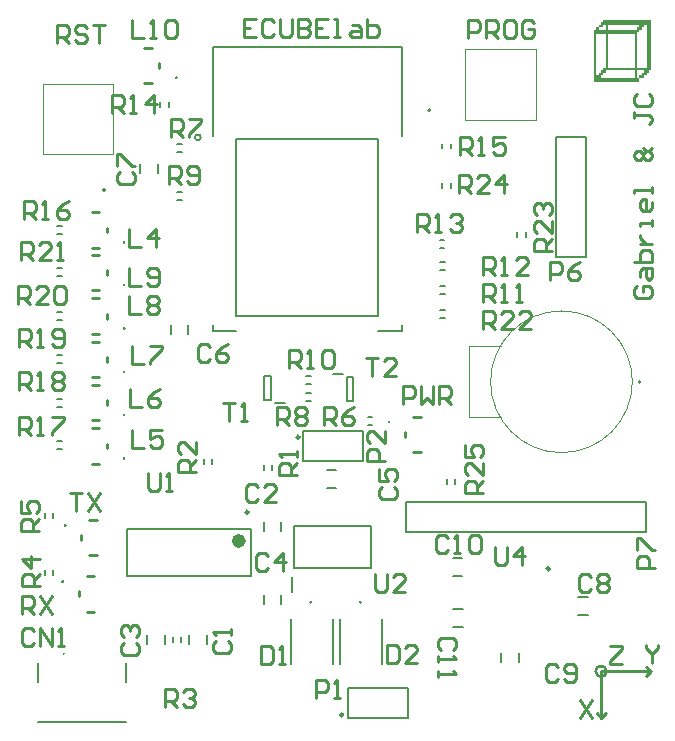
<source format=gto>
G04*
G04 #@! TF.GenerationSoftware,Altium Limited,Altium Designer,18.1.7 (191)*
G04*
G04 Layer_Color=65535*
%FSLAX25Y25*%
%MOIN*%
G70*
G01*
G75*
%ADD10C,0.00984*%
%ADD11C,0.00500*%
%ADD12C,0.02362*%
%ADD13C,0.00787*%
%ADD14C,0.01000*%
%ADD15C,0.00394*%
%ADD16C,0.01100*%
G36*
X313800Y496800D02*
Y496000D01*
Y495200D01*
Y494400D01*
Y493600D01*
Y492800D01*
Y492000D01*
Y491200D01*
Y490400D01*
Y489600D01*
Y488800D01*
Y488000D01*
Y487200D01*
Y486400D01*
Y485600D01*
Y484800D01*
Y484000D01*
Y483200D01*
Y482400D01*
Y481600D01*
Y480800D01*
X313000D01*
Y480000D01*
X312200D01*
Y479200D01*
X311400D01*
Y478400D01*
X309800D01*
Y479200D01*
X310600D01*
Y480000D01*
X311400D01*
Y480800D01*
X309000D01*
Y480000D01*
Y479200D01*
Y478400D01*
X309800D01*
Y477600D01*
Y476800D01*
X294600D01*
Y477600D01*
Y478400D01*
Y479200D01*
Y480000D01*
Y480800D01*
Y481600D01*
Y482400D01*
Y483200D01*
Y484000D01*
Y484800D01*
Y485600D01*
Y486400D01*
Y487200D01*
Y488000D01*
Y488800D01*
Y489600D01*
Y490400D01*
Y491200D01*
Y492000D01*
Y492800D01*
Y493600D01*
Y494400D01*
X295400D01*
Y495200D01*
X296200D01*
Y494400D01*
X298600D01*
Y495200D01*
Y496000D01*
X297800D01*
Y495200D01*
X296200D01*
Y496000D01*
X297000D01*
Y496800D01*
X297800D01*
Y497600D01*
X313800D01*
Y496800D01*
D02*
G37*
%LPC*%
G36*
X309800Y496000D02*
X299400D01*
Y495200D01*
Y494400D01*
X309000D01*
Y495200D01*
X309800D01*
Y496000D01*
D02*
G37*
G36*
X312200D02*
X311400D01*
Y495200D01*
X310600D01*
Y494400D01*
X309800D01*
Y493600D01*
X309000D01*
Y492800D01*
Y492000D01*
Y491200D01*
Y490400D01*
Y489600D01*
Y488800D01*
Y488000D01*
Y487200D01*
Y486400D01*
Y485600D01*
Y484800D01*
Y484000D01*
Y483200D01*
Y482400D01*
Y481600D01*
X312200D01*
Y482400D01*
Y483200D01*
Y484000D01*
Y484800D01*
Y485600D01*
Y486400D01*
Y487200D01*
Y488000D01*
Y488800D01*
Y489600D01*
Y490400D01*
Y491200D01*
Y492000D01*
Y492800D01*
Y493600D01*
Y494400D01*
Y495200D01*
Y496000D01*
D02*
G37*
G36*
X308200Y492800D02*
X299400D01*
Y492000D01*
Y491200D01*
Y490400D01*
Y489600D01*
Y488800D01*
Y488000D01*
Y487200D01*
Y486400D01*
Y485600D01*
Y484800D01*
Y484000D01*
Y483200D01*
Y482400D01*
Y481600D01*
X308200D01*
Y482400D01*
Y483200D01*
Y484000D01*
Y484800D01*
Y485600D01*
Y486400D01*
Y487200D01*
Y488000D01*
Y488800D01*
Y489600D01*
Y490400D01*
Y491200D01*
Y492000D01*
Y492800D01*
D02*
G37*
G36*
X298600D02*
X295400D01*
Y492000D01*
Y491200D01*
Y490400D01*
Y489600D01*
Y488800D01*
Y488000D01*
Y487200D01*
Y486400D01*
Y485600D01*
Y484800D01*
Y484000D01*
Y483200D01*
Y482400D01*
Y481600D01*
Y480800D01*
Y480000D01*
Y479200D01*
X296200D01*
Y480000D01*
X297000D01*
Y480800D01*
X297800D01*
Y481600D01*
X298600D01*
Y482400D01*
Y483200D01*
Y484000D01*
Y484800D01*
Y485600D01*
Y486400D01*
Y487200D01*
Y488000D01*
Y488800D01*
Y489600D01*
Y490400D01*
Y491200D01*
Y492000D01*
Y492800D01*
D02*
G37*
G36*
X308200Y480800D02*
X298600D01*
Y480000D01*
X297800D01*
Y479200D01*
X297000D01*
Y478400D01*
X308200D01*
Y479200D01*
Y480000D01*
Y480800D01*
D02*
G37*
%LPD*%
D10*
X279862Y314669D02*
G03*
X279862Y314669I-492J0D01*
G01*
X179480Y333583D02*
G03*
X179480Y333583I-492J0D01*
G01*
D11*
X163594Y458445D02*
G03*
X163594Y458445I-984J0D01*
G01*
X222650Y393976D02*
X230524D01*
Y395945D01*
X167532Y393976D02*
X175406D01*
X167532D02*
Y395945D01*
X230524Y458937D02*
Y488465D01*
X167532D02*
X230524D01*
X167532Y458937D02*
Y488465D01*
X175406Y398858D02*
Y457913D01*
Y398858D02*
X222650D01*
Y457913D01*
X175406D02*
X222650D01*
D12*
X177413Y323937D02*
G03*
X177413Y323937I-1181J0D01*
G01*
D13*
X131697Y440965D02*
G03*
X130909Y440965I-394J0D01*
G01*
D02*
G03*
X131697Y440965I394J0D01*
G01*
X239791Y467087D02*
G03*
X239791Y467874I0J394D01*
G01*
D02*
G03*
X239791Y467087I0J-394D01*
G01*
X216968Y303441D02*
G03*
X216968Y303441I-256J0D01*
G01*
X200468D02*
G03*
X200468Y303441I-256J0D01*
G01*
X118025Y286331D02*
G03*
X118025Y286331I-181J0D01*
G01*
X309780Y377394D02*
G03*
X309780Y376606I0J-394D01*
G01*
D02*
G03*
X309780Y377394I0J394D01*
G01*
X194705Y329000D02*
X201102D01*
X213898D02*
X220295D01*
X194705Y315000D02*
Y329000D01*
X201102D02*
X213898D01*
X220295Y315000D02*
Y329000D01*
X194705Y315000D02*
X220295D01*
X194000Y307079D02*
Y312000D01*
X138831Y327874D02*
X180169D01*
X138831Y312126D02*
X180169D01*
Y327874D01*
X138831Y312126D02*
Y327874D01*
X207520Y379500D02*
X210866D01*
X212283Y370563D02*
Y378437D01*
Y370563D02*
X214449D01*
Y378437D01*
X212283D02*
X214449D01*
X188366Y370000D02*
X191713D01*
X186949Y371063D02*
Y378937D01*
X184783D02*
X186949D01*
X184783Y371063D02*
Y378937D01*
Y371063D02*
X186949D01*
X245618Y343079D02*
Y344654D01*
X248374Y343079D02*
Y344654D01*
X244122Y441713D02*
Y443287D01*
X246878Y441713D02*
Y443287D01*
X269122Y425213D02*
Y426787D01*
X271878Y425213D02*
Y426787D01*
X243260Y400878D02*
X244835D01*
X243260Y398122D02*
X244835D01*
X115665Y412122D02*
X117240D01*
X115665Y414878D02*
X117240D01*
X115665Y397622D02*
X117240D01*
X115665Y400378D02*
X117240D01*
X115713Y383122D02*
X117287D01*
X115713Y385878D02*
X117287D01*
X115713Y368622D02*
X117287D01*
X115713Y371378D02*
X117287D01*
X115665Y354622D02*
X117240D01*
X115665Y357378D02*
X117240D01*
X115713Y426122D02*
X117287D01*
X115713Y428878D02*
X117287D01*
X246878Y454760D02*
Y456335D01*
X244122Y454760D02*
Y456335D01*
X152878Y468713D02*
Y470287D01*
X150122Y468713D02*
Y470287D01*
X243213Y421622D02*
X244787D01*
X243213Y424378D02*
X244787D01*
X243260Y414122D02*
X244835D01*
X243260Y416878D02*
X244835D01*
X243260Y406122D02*
X244835D01*
X243260Y408878D02*
X244835D01*
X198760Y376181D02*
X200335D01*
X198760Y378937D02*
X200335D01*
X155760Y440378D02*
X157335D01*
X155760Y437622D02*
X157335D01*
X198713Y370622D02*
X200287D01*
X198713Y373378D02*
X200287D01*
X155760Y456378D02*
X157335D01*
X155760Y453622D02*
X157335D01*
X219213Y362622D02*
X220787D01*
X219213Y365378D02*
X220787D01*
X111622Y331713D02*
Y333287D01*
X114378Y331713D02*
Y333287D01*
X111622Y312665D02*
Y314240D01*
X114378Y312665D02*
Y314240D01*
X154260Y290213D02*
Y291787D01*
X157016Y290213D02*
Y291787D01*
X164622Y349713D02*
Y351287D01*
X167378Y349713D02*
Y351287D01*
X184622Y347713D02*
Y349287D01*
X187378Y347713D02*
Y349287D01*
X231996Y326819D02*
Y336819D01*
X311996D01*
Y326819D02*
Y336819D01*
X231996Y326819D02*
X311996D01*
X282000Y458500D02*
X292000D01*
Y418500D02*
Y458500D01*
X282000Y418500D02*
Y458500D01*
Y418500D02*
X292000D01*
X197500Y350500D02*
Y360500D01*
X217500D01*
Y350500D02*
Y360500D01*
X197500Y350500D02*
X217500D01*
X212500Y265000D02*
Y275000D01*
X232500D01*
Y265000D02*
Y275000D01*
X212500Y265000D02*
X232500D01*
X210000Y282878D02*
Y297839D01*
X224000Y282878D02*
Y297839D01*
X193500Y282878D02*
Y297839D01*
X207500Y282878D02*
Y297839D01*
X109270Y263535D02*
X138797D01*
X109270Y276815D02*
Y283221D01*
X138797Y276815D02*
Y283221D01*
X247736Y295366D02*
X250886D01*
X247736Y301272D02*
X250886D01*
X247606Y312366D02*
X250756D01*
X247606Y318272D02*
X250756D01*
X269528Y283429D02*
Y286579D01*
X263622Y283429D02*
Y286579D01*
X289421Y305272D02*
X292571D01*
X289421Y299366D02*
X292571D01*
X149281Y446425D02*
Y449575D01*
X143376Y446425D02*
Y449575D01*
X159453Y392925D02*
Y396075D01*
X153547Y392925D02*
Y396075D01*
X205610Y341547D02*
X208760D01*
X205610Y347453D02*
X208760D01*
X184547Y302925D02*
Y306075D01*
X190453Y302925D02*
Y306075D01*
X151496Y289425D02*
Y292575D01*
X145591Y289425D02*
Y292575D01*
X184547Y327240D02*
Y330390D01*
X190453Y327240D02*
Y330390D01*
X165496Y289425D02*
Y292575D01*
X159591Y289425D02*
Y292575D01*
D14*
X155457Y478382D02*
G03*
X155457Y478382I-142J0D01*
G01*
X138008Y409248D02*
G03*
X138008Y409248I-142J0D01*
G01*
Y394748D02*
G03*
X138008Y394748I-142J0D01*
G01*
Y380248D02*
G03*
X138008Y380248I-142J0D01*
G01*
Y365882D02*
G03*
X138008Y365882I-142J0D01*
G01*
Y351516D02*
G03*
X138008Y351516I-142J0D01*
G01*
Y423516D02*
G03*
X138008Y423516I-142J0D01*
G01*
X226327Y363618D02*
G03*
X226327Y363618I-142J0D01*
G01*
X118374Y329118D02*
G03*
X118374Y329118I-142J0D01*
G01*
X117559Y310437D02*
G03*
X117559Y310437I-142J0D01*
G01*
X298796Y280500D02*
G03*
X298796Y280500I-1799J0D01*
G01*
X149784Y481713D02*
Y483287D01*
X144665Y488406D02*
X147224D01*
X144665Y476594D02*
X147224D01*
X132335Y412579D02*
Y414153D01*
X127216Y419272D02*
X129776D01*
X127216Y407461D02*
X129776D01*
X132335Y398079D02*
Y399654D01*
X127216Y404772D02*
X129776D01*
X127216Y392961D02*
X129776D01*
X132335Y383579D02*
Y385154D01*
X127216Y390272D02*
X129776D01*
X127216Y378461D02*
X129776D01*
X132335Y369213D02*
Y370787D01*
X127216Y375905D02*
X129776D01*
X127216Y364094D02*
X129776D01*
X132335Y354847D02*
Y356421D01*
X127216Y361539D02*
X129776D01*
X127216Y349728D02*
X129776D01*
X132335Y426847D02*
Y428421D01*
X127216Y433539D02*
X129776D01*
X127216Y421728D02*
X129776D01*
X231716Y358713D02*
Y360287D01*
X234276Y353594D02*
X236835D01*
X234276Y365406D02*
X236835D01*
X123764Y324213D02*
Y325787D01*
X126323Y319094D02*
X128882D01*
X126323Y330906D02*
X128882D01*
X122949Y305532D02*
Y307106D01*
X125508Y300413D02*
X128067D01*
X125508Y312224D02*
X128067D01*
X312000Y282000D02*
X313500Y280500D01*
X312000Y279000D02*
X313500Y280500D01*
X297004Y265004D02*
X298500Y266500D01*
X296996Y265004D02*
X297004D01*
X295500Y266500D02*
X296996Y265004D01*
Y265000D02*
Y265004D01*
Y265000D02*
Y280500D01*
X313500D01*
X231000Y369500D02*
Y375498D01*
X233999D01*
X234999Y374498D01*
Y372499D01*
X233999Y371499D01*
X231000D01*
X236998Y375498D02*
Y369500D01*
X238997Y371499D01*
X240997Y369500D01*
Y375498D01*
X242996Y369500D02*
Y375498D01*
X245995D01*
X246995Y374498D01*
Y372499D01*
X245995Y371499D01*
X242996D01*
X244995D02*
X246995Y369500D01*
X104000Y299500D02*
Y305498D01*
X106999D01*
X107999Y304498D01*
Y302499D01*
X106999Y301499D01*
X104000D01*
X105999D02*
X107999Y299500D01*
X109998Y305498D02*
X113997Y299500D01*
Y305498D02*
X109998Y299500D01*
X120000Y339998D02*
X123999D01*
X121999D01*
Y334000D01*
X125998Y339998D02*
X129997Y334000D01*
Y339998D02*
X125998Y334000D01*
X115500Y490000D02*
Y495998D01*
X118499D01*
X119499Y494998D01*
Y492999D01*
X118499Y491999D01*
X115500D01*
X117499D02*
X119499Y490000D01*
X125497Y494998D02*
X124497Y495998D01*
X122498D01*
X121498Y494998D01*
Y493999D01*
X122498Y492999D01*
X124497D01*
X125497Y491999D01*
Y491000D01*
X124497Y490000D01*
X122498D01*
X121498Y491000D01*
X127496Y495998D02*
X131495D01*
X129496D01*
Y490000D01*
X252500Y491600D02*
Y497598D01*
X255499D01*
X256499Y496598D01*
Y494599D01*
X255499Y493599D01*
X252500D01*
X258498Y491600D02*
Y497598D01*
X261497D01*
X262497Y496598D01*
Y494599D01*
X261497Y493599D01*
X258498D01*
X260497D02*
X262497Y491600D01*
X267495Y497598D02*
X265496D01*
X264496Y496598D01*
Y492600D01*
X265496Y491600D01*
X267495D01*
X268495Y492600D01*
Y496598D01*
X267495Y497598D01*
X274493Y496598D02*
X273493Y497598D01*
X271494D01*
X270494Y496598D01*
Y492600D01*
X271494Y491600D01*
X273493D01*
X274493Y492600D01*
Y494599D01*
X272494D01*
X300000Y288876D02*
X303999D01*
Y287876D01*
X300000Y283878D01*
Y282878D01*
X303999D01*
X312000Y289218D02*
Y288219D01*
X313999Y286220D01*
X315999Y288219D01*
Y289218D01*
X313999Y286220D02*
Y283221D01*
X290000Y271002D02*
X293999Y265004D01*
Y271002D02*
X290000Y265004D01*
X309002Y408999D02*
X308002Y407999D01*
Y406000D01*
X309002Y405000D01*
X313000D01*
X314000Y406000D01*
Y407999D01*
X313000Y408999D01*
X311001D01*
Y406999D01*
X310001Y411998D02*
Y413997D01*
X311001Y414997D01*
X314000D01*
Y411998D01*
X313000Y410998D01*
X312001Y411998D01*
Y414997D01*
X308002Y416996D02*
X314000D01*
Y419995D01*
X313000Y420995D01*
X312001D01*
X311001D01*
X310001Y419995D01*
Y416996D01*
Y422994D02*
X314000D01*
X312001D01*
X311001Y423994D01*
X310001Y424994D01*
Y425993D01*
X314000Y428992D02*
Y430992D01*
Y429992D01*
X310001D01*
Y428992D01*
X314000Y436990D02*
Y434990D01*
X313000Y433991D01*
X311001D01*
X310001Y434990D01*
Y436990D01*
X311001Y437989D01*
X312001D01*
Y433991D01*
X314000Y439989D02*
Y441988D01*
Y440988D01*
X308002D01*
Y439989D01*
X314000Y454984D02*
X313000Y453984D01*
X314000Y452985D01*
Y451985D01*
X313000Y450985D01*
X312001D01*
X311001Y451985D01*
X310001Y450985D01*
X309002D01*
X308002Y451985D01*
Y452985D01*
X309002Y453984D01*
X310001D01*
X311001Y452985D01*
X312001Y453984D01*
X313000D01*
X311001Y454984D02*
X312001Y453984D01*
X311001Y451985D02*
Y452985D01*
X308002Y466980D02*
Y464981D01*
Y465980D01*
X313000D01*
X314000Y464981D01*
Y463981D01*
X313000Y462981D01*
X309002Y472978D02*
X308002Y471978D01*
Y469979D01*
X309002Y468979D01*
X313000D01*
X314000Y469979D01*
Y471978D01*
X313000Y472978D01*
X181999Y497998D02*
X178000D01*
Y492000D01*
X181999D01*
X178000Y494999D02*
X179999D01*
X187997Y496998D02*
X186997Y497998D01*
X184998D01*
X183998Y496998D01*
Y493000D01*
X184998Y492000D01*
X186997D01*
X187997Y493000D01*
X189996Y497998D02*
Y493000D01*
X190996Y492000D01*
X192995D01*
X193995Y493000D01*
Y497998D01*
X195994D02*
Y492000D01*
X198993D01*
X199993Y493000D01*
Y493999D01*
X198993Y494999D01*
X195994D01*
X198993D01*
X199993Y495999D01*
Y496998D01*
X198993Y497998D01*
X195994D01*
X205991D02*
X201992D01*
Y492000D01*
X205991D01*
X201992Y494999D02*
X203992D01*
X207990Y492000D02*
X209990D01*
X208990D01*
Y497998D01*
X207990D01*
X213988Y495999D02*
X215988D01*
X216987Y494999D01*
Y492000D01*
X213988D01*
X212989Y493000D01*
X213988Y493999D01*
X216987D01*
X218987Y497998D02*
Y492000D01*
X221986D01*
X222985Y493000D01*
Y493999D01*
Y494999D01*
X221986Y495999D01*
X218987D01*
X261500Y321998D02*
Y317000D01*
X262500Y316000D01*
X264499D01*
X265499Y317000D01*
Y321998D01*
X270497Y316000D02*
Y321998D01*
X267498Y318999D01*
X271497D01*
X221500Y312998D02*
Y308000D01*
X222500Y307000D01*
X224499D01*
X225499Y308000D01*
Y312998D01*
X231497Y307000D02*
X227498D01*
X231497Y310999D01*
Y311998D01*
X230497Y312998D01*
X228498D01*
X227498Y311998D01*
X146000Y346498D02*
Y341500D01*
X147000Y340500D01*
X148999D01*
X149999Y341500D01*
Y346498D01*
X151998Y340500D02*
X153997D01*
X152998D01*
Y346498D01*
X151998Y345498D01*
X218500Y384998D02*
X222499D01*
X220499D01*
Y379000D01*
X228497D02*
X224498D01*
X228497Y382999D01*
Y383998D01*
X227497Y384998D01*
X225498D01*
X224498Y383998D01*
X171000Y369998D02*
X174999D01*
X172999D01*
Y364000D01*
X176998D02*
X178997D01*
X177998D01*
Y369998D01*
X176998Y368998D01*
X257500Y340000D02*
X251502D01*
Y342999D01*
X252502Y343999D01*
X254501D01*
X255501Y342999D01*
Y340000D01*
Y341999D02*
X257500Y343999D01*
Y349997D02*
Y345998D01*
X253501Y349997D01*
X252502D01*
X251502Y348997D01*
Y346998D01*
X252502Y345998D01*
X251502Y355995D02*
Y351996D01*
X254501D01*
X253501Y353995D01*
Y354995D01*
X254501Y355995D01*
X256500D01*
X257500Y354995D01*
Y352996D01*
X256500Y351996D01*
X249500Y440000D02*
Y445998D01*
X252499D01*
X253499Y444998D01*
Y442999D01*
X252499Y441999D01*
X249500D01*
X251499D02*
X253499Y440000D01*
X259497D02*
X255498D01*
X259497Y443999D01*
Y444998D01*
X258497Y445998D01*
X256498D01*
X255498Y444998D01*
X264495Y440000D02*
Y445998D01*
X261496Y442999D01*
X265495D01*
X280500Y420500D02*
X274502D01*
Y423499D01*
X275502Y424499D01*
X277501D01*
X278501Y423499D01*
Y420500D01*
Y422499D02*
X280500Y424499D01*
Y430497D02*
Y426498D01*
X276501Y430497D01*
X275502D01*
X274502Y429497D01*
Y427498D01*
X275502Y426498D01*
Y432496D02*
X274502Y433496D01*
Y435495D01*
X275502Y436495D01*
X276501D01*
X277501Y435495D01*
Y434495D01*
Y435495D01*
X278501Y436495D01*
X279500D01*
X280500Y435495D01*
Y433496D01*
X279500Y432496D01*
X257500Y394500D02*
Y400498D01*
X260499D01*
X261499Y399498D01*
Y397499D01*
X260499Y396499D01*
X257500D01*
X259499D02*
X261499Y394500D01*
X267497D02*
X263498D01*
X267497Y398499D01*
Y399498D01*
X266497Y400498D01*
X264498D01*
X263498Y399498D01*
X273495Y394500D02*
X269496D01*
X273495Y398499D01*
Y399498D01*
X272495Y400498D01*
X270496D01*
X269496Y399498D01*
X103500Y417500D02*
Y423498D01*
X106499D01*
X107499Y422498D01*
Y420499D01*
X106499Y419499D01*
X103500D01*
X105499D02*
X107499Y417500D01*
X113497D02*
X109498D01*
X113497Y421499D01*
Y422498D01*
X112497Y423498D01*
X110498D01*
X109498Y422498D01*
X115496Y417500D02*
X117496D01*
X116496D01*
Y423498D01*
X115496Y422498D01*
X102500Y403000D02*
Y408998D01*
X105499D01*
X106499Y407998D01*
Y405999D01*
X105499Y404999D01*
X102500D01*
X104499D02*
X106499Y403000D01*
X112497D02*
X108498D01*
X112497Y406999D01*
Y407998D01*
X111497Y408998D01*
X109498D01*
X108498Y407998D01*
X114496D02*
X115496Y408998D01*
X117495D01*
X118495Y407998D01*
Y404000D01*
X117495Y403000D01*
X115496D01*
X114496Y404000D01*
Y407998D01*
X103000Y388500D02*
Y394498D01*
X105999D01*
X106999Y393498D01*
Y391499D01*
X105999Y390499D01*
X103000D01*
X104999D02*
X106999Y388500D01*
X108998D02*
X110997D01*
X109998D01*
Y394498D01*
X108998Y393498D01*
X113996Y389500D02*
X114996Y388500D01*
X116996D01*
X117995Y389500D01*
Y393498D01*
X116996Y394498D01*
X114996D01*
X113996Y393498D01*
Y392499D01*
X114996Y391499D01*
X117995D01*
X103000Y374134D02*
Y380132D01*
X105999D01*
X106999Y379132D01*
Y377133D01*
X105999Y376133D01*
X103000D01*
X104999D02*
X106999Y374134D01*
X108998D02*
X110997D01*
X109998D01*
Y380132D01*
X108998Y379132D01*
X113996D02*
X114996Y380132D01*
X116996D01*
X117995Y379132D01*
Y378133D01*
X116996Y377133D01*
X117995Y376133D01*
Y375133D01*
X116996Y374134D01*
X114996D01*
X113996Y375133D01*
Y376133D01*
X114996Y377133D01*
X113996Y378133D01*
Y379132D01*
X114996Y377133D02*
X116996D01*
X103000Y359157D02*
Y365155D01*
X105999D01*
X106999Y364155D01*
Y362156D01*
X105999Y361156D01*
X103000D01*
X104999D02*
X106999Y359157D01*
X108998D02*
X110997D01*
X109998D01*
Y365155D01*
X108998Y364155D01*
X113996Y365155D02*
X117995D01*
Y364155D01*
X113996Y360156D01*
Y359157D01*
X104500Y431378D02*
Y437376D01*
X107499D01*
X108499Y436376D01*
Y434377D01*
X107499Y433377D01*
X104500D01*
X106499D02*
X108499Y431378D01*
X110498D02*
X112497D01*
X111498D01*
Y437376D01*
X110498Y436376D01*
X119495Y437376D02*
X117496Y436376D01*
X115496Y434377D01*
Y432378D01*
X116496Y431378D01*
X118496D01*
X119495Y432378D01*
Y433377D01*
X118496Y434377D01*
X115496D01*
X250000Y452500D02*
Y458498D01*
X252999D01*
X253999Y457498D01*
Y455499D01*
X252999Y454499D01*
X250000D01*
X251999D02*
X253999Y452500D01*
X255998D02*
X257997D01*
X256998D01*
Y458498D01*
X255998Y457498D01*
X264995Y458498D02*
X260996D01*
Y455499D01*
X262996Y456499D01*
X263996D01*
X264995Y455499D01*
Y453500D01*
X263996Y452500D01*
X261996D01*
X260996Y453500D01*
X134000Y466500D02*
Y472498D01*
X136999D01*
X137999Y471498D01*
Y469499D01*
X136999Y468499D01*
X134000D01*
X135999D02*
X137999Y466500D01*
X139998D02*
X141997D01*
X140998D01*
Y472498D01*
X139998Y471498D01*
X147995Y466500D02*
Y472498D01*
X144996Y469499D01*
X148995D01*
X235500Y426787D02*
Y432786D01*
X238499D01*
X239499Y431786D01*
Y429786D01*
X238499Y428787D01*
X235500D01*
X237499D02*
X239499Y426787D01*
X241498D02*
X243497D01*
X242498D01*
Y432786D01*
X241498Y431786D01*
X246496D02*
X247496Y432786D01*
X249496D01*
X250495Y431786D01*
Y430786D01*
X249496Y429786D01*
X248496D01*
X249496D01*
X250495Y428787D01*
Y427787D01*
X249496Y426787D01*
X247496D01*
X246496Y427787D01*
X257500Y412500D02*
Y418498D01*
X260499D01*
X261499Y417498D01*
Y415499D01*
X260499Y414499D01*
X257500D01*
X259499D02*
X261499Y412500D01*
X263498D02*
X265497D01*
X264498D01*
Y418498D01*
X263498Y417498D01*
X272495Y412500D02*
X268496D01*
X272495Y416499D01*
Y417498D01*
X271496Y418498D01*
X269496D01*
X268496Y417498D01*
X257500Y403500D02*
Y409498D01*
X260499D01*
X261499Y408498D01*
Y406499D01*
X260499Y405499D01*
X257500D01*
X259499D02*
X261499Y403500D01*
X263498D02*
X265497D01*
X264498D01*
Y409498D01*
X263498Y408498D01*
X268496Y403500D02*
X270496D01*
X269496D01*
Y409498D01*
X268496Y408498D01*
X193000Y381500D02*
Y387498D01*
X195999D01*
X196999Y386498D01*
Y384499D01*
X195999Y383499D01*
X193000D01*
X194999D02*
X196999Y381500D01*
X198998D02*
X200997D01*
X199998D01*
Y387498D01*
X198998Y386498D01*
X203996D02*
X204996Y387498D01*
X206996D01*
X207995Y386498D01*
Y382500D01*
X206996Y381500D01*
X204996D01*
X203996Y382500D01*
Y386498D01*
X153000Y443000D02*
Y448998D01*
X155999D01*
X156999Y447998D01*
Y445999D01*
X155999Y444999D01*
X153000D01*
X154999D02*
X156999Y443000D01*
X158998Y444000D02*
X159998Y443000D01*
X161997D01*
X162997Y444000D01*
Y447998D01*
X161997Y448998D01*
X159998D01*
X158998Y447998D01*
Y446999D01*
X159998Y445999D01*
X162997D01*
X189000Y362500D02*
Y368498D01*
X191999D01*
X192999Y367498D01*
Y365499D01*
X191999Y364499D01*
X189000D01*
X190999D02*
X192999Y362500D01*
X194998Y367498D02*
X195998Y368498D01*
X197997D01*
X198997Y367498D01*
Y366499D01*
X197997Y365499D01*
X198997Y364499D01*
Y363500D01*
X197997Y362500D01*
X195998D01*
X194998Y363500D01*
Y364499D01*
X195998Y365499D01*
X194998Y366499D01*
Y367498D01*
X195998Y365499D02*
X197997D01*
X153500Y458445D02*
Y464443D01*
X156499D01*
X157499Y463443D01*
Y461444D01*
X156499Y460444D01*
X153500D01*
X155499D02*
X157499Y458445D01*
X159498Y464443D02*
X163497D01*
Y463443D01*
X159498Y459445D01*
Y458445D01*
X204500Y362622D02*
Y368620D01*
X207499D01*
X208499Y367620D01*
Y365621D01*
X207499Y364621D01*
X204500D01*
X206499D02*
X208499Y362622D01*
X214497Y368620D02*
X212497Y367620D01*
X210498Y365621D01*
Y363622D01*
X211498Y362622D01*
X213497D01*
X214497Y363622D01*
Y364621D01*
X213497Y365621D01*
X210498D01*
X109500Y327240D02*
X103502D01*
Y330239D01*
X104502Y331239D01*
X106501D01*
X107501Y330239D01*
Y327240D01*
Y329240D02*
X109500Y331239D01*
X103502Y337237D02*
Y333238D01*
X106501D01*
X105501Y335238D01*
Y336237D01*
X106501Y337237D01*
X108500D01*
X109500Y336237D01*
Y334238D01*
X108500Y333238D01*
X110000Y309000D02*
X104002D01*
Y311999D01*
X105002Y312999D01*
X107001D01*
X108001Y311999D01*
Y309000D01*
Y310999D02*
X110000Y312999D01*
Y317997D02*
X104002D01*
X107001Y314998D01*
Y318997D01*
X151496Y268500D02*
Y274498D01*
X154495D01*
X155495Y273498D01*
Y271499D01*
X154495Y270499D01*
X151496D01*
X153495D02*
X155495Y268500D01*
X157494Y273498D02*
X158494Y274498D01*
X160493D01*
X161493Y273498D01*
Y272499D01*
X160493Y271499D01*
X159494D01*
X160493D01*
X161493Y270499D01*
Y269500D01*
X160493Y268500D01*
X158494D01*
X157494Y269500D01*
X162102Y347000D02*
X156104D01*
Y349999D01*
X157104Y350999D01*
X159103D01*
X160103Y349999D01*
Y347000D01*
Y348999D02*
X162102Y350999D01*
Y356997D02*
Y352998D01*
X158104Y356997D01*
X157104D01*
X156104Y355997D01*
Y353998D01*
X157104Y352998D01*
X195500Y346000D02*
X189502D01*
Y348999D01*
X190502Y349999D01*
X192501D01*
X193501Y348999D01*
Y346000D01*
Y347999D02*
X195500Y349999D01*
Y351998D02*
Y353997D01*
Y352998D01*
X189502D01*
X190502Y351998D01*
X315000Y315000D02*
X309002D01*
Y317999D01*
X310002Y318999D01*
X312001D01*
X313001Y317999D01*
Y315000D01*
X309002Y320998D02*
Y324997D01*
X310002D01*
X314000Y320998D01*
X315000D01*
X280000Y411000D02*
Y416998D01*
X282999D01*
X283999Y415998D01*
Y413999D01*
X282999Y412999D01*
X280000D01*
X289997Y416998D02*
X287997Y415998D01*
X285998Y413999D01*
Y412000D01*
X286998Y411000D01*
X288997D01*
X289997Y412000D01*
Y412999D01*
X288997Y413999D01*
X285998D01*
X225000Y350500D02*
X219002D01*
Y353499D01*
X220002Y354499D01*
X222001D01*
X223001Y353499D01*
Y350500D01*
X225000Y360497D02*
Y356498D01*
X221001Y360497D01*
X220002D01*
X219002Y359497D01*
Y357498D01*
X220002Y356498D01*
X201870Y271500D02*
Y277498D01*
X204869D01*
X205869Y276498D01*
Y274499D01*
X204869Y273499D01*
X201870D01*
X207868Y271500D02*
X209868D01*
X208868D01*
Y277498D01*
X207868Y276498D01*
X140500Y497498D02*
Y491500D01*
X144499D01*
X146498D02*
X148497D01*
X147498D01*
Y497498D01*
X146498Y496498D01*
X151496D02*
X152496Y497498D01*
X154496D01*
X155495Y496498D01*
Y492500D01*
X154496Y491500D01*
X152496D01*
X151496Y492500D01*
Y496498D01*
X139500Y414998D02*
Y409000D01*
X143499D01*
X145498Y410000D02*
X146498Y409000D01*
X148497D01*
X149497Y410000D01*
Y413998D01*
X148497Y414998D01*
X146498D01*
X145498Y413998D01*
Y412999D01*
X146498Y411999D01*
X149497D01*
X139500Y405498D02*
Y399500D01*
X143499D01*
X145498Y404498D02*
X146498Y405498D01*
X148497D01*
X149497Y404498D01*
Y403499D01*
X148497Y402499D01*
X149497Y401499D01*
Y400500D01*
X148497Y399500D01*
X146498D01*
X145498Y400500D01*
Y401499D01*
X146498Y402499D01*
X145498Y403499D01*
Y404498D01*
X146498Y402499D02*
X148497D01*
X140500Y388998D02*
Y383000D01*
X144499D01*
X146498Y388998D02*
X150497D01*
Y387998D01*
X146498Y384000D01*
Y383000D01*
X140000Y374498D02*
Y368500D01*
X143999D01*
X149997Y374498D02*
X147997Y373498D01*
X145998Y371499D01*
Y369500D01*
X146998Y368500D01*
X148997D01*
X149997Y369500D01*
Y370499D01*
X148997Y371499D01*
X145998D01*
X140500Y360998D02*
Y355000D01*
X144499D01*
X150497Y360998D02*
X146498D01*
Y357999D01*
X148497Y358999D01*
X149497D01*
X150497Y357999D01*
Y356000D01*
X149497Y355000D01*
X147498D01*
X146498Y356000D01*
X139732Y427998D02*
Y422000D01*
X143731D01*
X148729D02*
Y427998D01*
X145730Y424999D01*
X149729D01*
X225500Y289218D02*
Y283221D01*
X228499D01*
X229499Y284220D01*
Y288219D01*
X228499Y289218D01*
X225500D01*
X235497Y283221D02*
X231498D01*
X235497Y287219D01*
Y288219D01*
X234497Y289218D01*
X232498D01*
X231498Y288219D01*
X183500Y288876D02*
Y282878D01*
X186499D01*
X187499Y283878D01*
Y287876D01*
X186499Y288876D01*
X183500D01*
X189498Y282878D02*
X191497D01*
X190498D01*
Y288876D01*
X189498Y287876D01*
X107999Y293998D02*
X106999Y294998D01*
X105000D01*
X104000Y293998D01*
Y290000D01*
X105000Y289000D01*
X106999D01*
X107999Y290000D01*
X109998Y289000D02*
Y294998D01*
X113997Y289000D01*
Y294998D01*
X115996Y289000D02*
X117996D01*
X116996D01*
Y294998D01*
X115996Y293998D01*
X247498Y287501D02*
X248498Y288501D01*
Y290500D01*
X247498Y291500D01*
X243500D01*
X242500Y290500D01*
Y288501D01*
X243500Y287501D01*
X242500Y285502D02*
Y283503D01*
Y284502D01*
X248498D01*
X247498Y285502D01*
X242500Y280504D02*
Y278504D01*
Y279504D01*
X248498D01*
X247498Y280504D01*
X245999Y324998D02*
X244999Y325998D01*
X243000D01*
X242000Y324998D01*
Y321000D01*
X243000Y320000D01*
X244999D01*
X245999Y321000D01*
X247998Y320000D02*
X249997D01*
X248998D01*
Y325998D01*
X247998Y324998D01*
X252996D02*
X253996Y325998D01*
X255995D01*
X256995Y324998D01*
Y321000D01*
X255995Y320000D01*
X253996D01*
X252996Y321000D01*
Y324998D01*
X282495Y281817D02*
X281495Y282817D01*
X279496D01*
X278496Y281817D01*
Y277819D01*
X279496Y276819D01*
X281495D01*
X282495Y277819D01*
X284494D02*
X285494Y276819D01*
X287493D01*
X288493Y277819D01*
Y281817D01*
X287493Y282817D01*
X285494D01*
X284494Y281817D01*
Y280818D01*
X285494Y279818D01*
X288493D01*
X293499Y312077D02*
X292499Y313077D01*
X290500D01*
X289500Y312077D01*
Y308078D01*
X290500Y307079D01*
X292499D01*
X293499Y308078D01*
X295498Y312077D02*
X296498Y313077D01*
X298497D01*
X299497Y312077D01*
Y311077D01*
X298497Y310078D01*
X299497Y309078D01*
Y308078D01*
X298497Y307079D01*
X296498D01*
X295498Y308078D01*
Y309078D01*
X296498Y310078D01*
X295498Y311077D01*
Y312077D01*
X296498Y310078D02*
X298497D01*
X136502Y446999D02*
X135502Y445999D01*
Y444000D01*
X136502Y443000D01*
X140500D01*
X141500Y444000D01*
Y445999D01*
X140500Y446999D01*
X135502Y448998D02*
Y452997D01*
X136502D01*
X140500Y448998D01*
X141500D01*
X166499Y388498D02*
X165499Y389498D01*
X163500D01*
X162500Y388498D01*
Y384500D01*
X163500Y383500D01*
X165499D01*
X166499Y384500D01*
X172497Y389498D02*
X170497Y388498D01*
X168498Y386499D01*
Y384500D01*
X169498Y383500D01*
X171497D01*
X172497Y384500D01*
Y385499D01*
X171497Y386499D01*
X168498D01*
X224002Y341999D02*
X223002Y340999D01*
Y339000D01*
X224002Y338000D01*
X228000D01*
X229000Y339000D01*
Y340999D01*
X228000Y341999D01*
X223002Y347997D02*
Y343998D01*
X226001D01*
X225001Y345997D01*
Y346997D01*
X226001Y347997D01*
X228000D01*
X229000Y346997D01*
Y344998D01*
X228000Y343998D01*
X185999Y318998D02*
X184999Y319998D01*
X183000D01*
X182000Y318998D01*
Y315000D01*
X183000Y314000D01*
X184999D01*
X185999Y315000D01*
X190997Y314000D02*
Y319998D01*
X187998Y316999D01*
X191997D01*
X138002Y289999D02*
X137002Y288999D01*
Y287000D01*
X138002Y286000D01*
X142000D01*
X143000Y287000D01*
Y288999D01*
X142000Y289999D01*
X138002Y291998D02*
X137002Y292998D01*
Y294997D01*
X138002Y295997D01*
X139001D01*
X140001Y294997D01*
Y293997D01*
Y294997D01*
X141001Y295997D01*
X142000D01*
X143000Y294997D01*
Y292998D01*
X142000Y291998D01*
X182499Y341998D02*
X181499Y342998D01*
X179500D01*
X178500Y341998D01*
Y338000D01*
X179500Y337000D01*
X181499D01*
X182499Y338000D01*
X188497Y337000D02*
X184498D01*
X188497Y340999D01*
Y341998D01*
X187497Y342998D01*
X185498D01*
X184498Y341998D01*
X168502Y290577D02*
X167502Y289578D01*
Y287578D01*
X168502Y286579D01*
X172500D01*
X173500Y287578D01*
Y289578D01*
X172500Y290577D01*
X173500Y292577D02*
Y294576D01*
Y293577D01*
X167502D01*
X168502Y292577D01*
D15*
X260173Y377000D02*
G03*
X307417Y377000I23622J0D01*
G01*
D02*
G03*
X260173Y377000I-23622J0D01*
G01*
X134453Y452776D02*
Y476398D01*
X110831D02*
X134453D01*
X110831Y452776D02*
Y476398D01*
Y452776D02*
X134453D01*
X251602Y464331D02*
X275224D01*
Y487953D01*
X251602D02*
X275224D01*
X251602Y464331D02*
Y487953D01*
X253795Y365189D02*
X263520D01*
X253087D02*
X253795D01*
X253087D02*
Y388811D01*
X263520D01*
D16*
X196500Y358500D02*
G03*
X196500Y358500I-500J0D01*
G01*
X211000Y266000D02*
G03*
X211000Y266000I-500J0D01*
G01*
M02*

</source>
